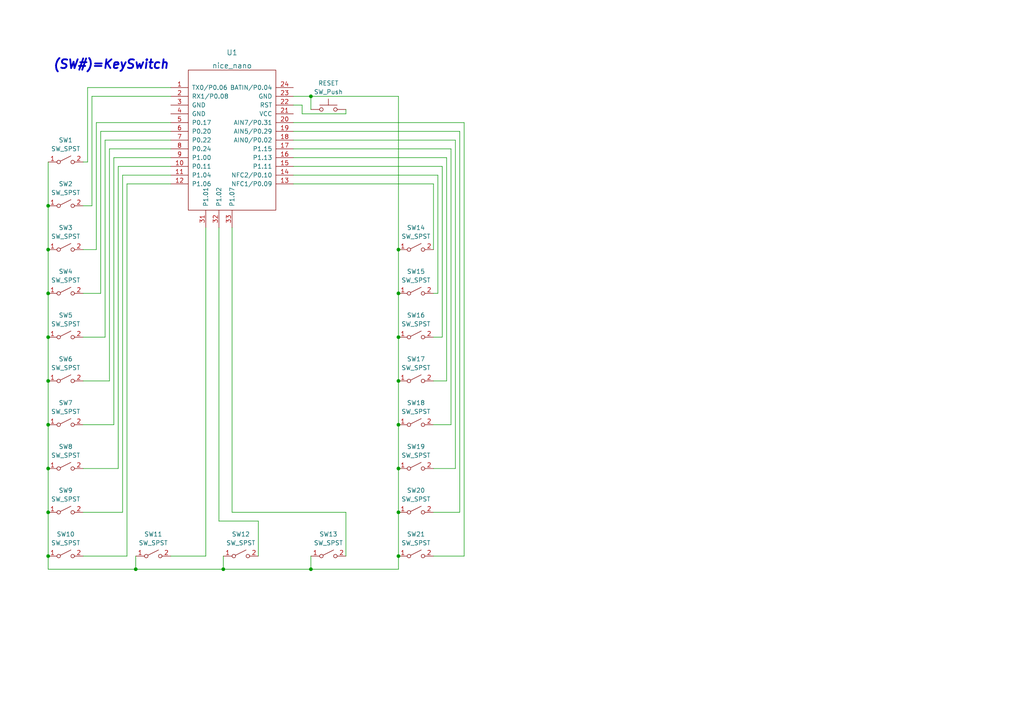
<source format=kicad_sch>
(kicad_sch (version 20211123) (generator eeschema)
  (paper "A4")
  (lib_symbols
    (symbol "Switch:SW_Push" (pin_numbers hide) (pin_names (offset 1.016) hide)
      (property "Reference" "SW" (at 1.27 2.54 0))
      (property "Value" "SW_Push" (at 0 -1.524 0))
      (symbol "SW_Push_0_1"
        (circle (center -2.032 0) (radius 0.508))
        (polyline (pts (xy 0 1.27) (xy 0 3.048)))
        (polyline (pts (xy 2.54 1.27) (xy -2.54 1.27)))
        (circle (center 2.032 0) (radius 0.508))
        (pin passive line (at -5.08 0 0) (length 2.54) (name "1") (number "1"))
        (pin passive line (at 5.08 0 180) (length 2.54) (name "2") (number "2"))
      )
    )
    (symbol "Switch:SW_SPST" (pin_names (offset 0) hide)
      (property "Reference" "SW" (at 0 3.175 0))
      (property "Value" "SW_SPST" (at 0 -2.54 0))
      (symbol "SW_SPST_0_0"
        (circle (center -2.032 0) (radius 0.508))
        (polyline (pts (xy -1.524 0.254) (xy 1.524 1.778)))
        (circle (center 2.032 0) (radius 0.508))
      )
      (symbol "SW_SPST_1_1"
        (pin passive line (at -5.08 0 0) (length 2.54) (name "A") (number "1"))
        (pin passive line (at 5.08 0 180) (length 2.54) (name "B") (number "2"))
      )
    )
    (symbol "nnErgo:nice_nano" (pin_names (offset 1.016))
      (property "Reference" "U" (at 0 0 0))
      (property "Value" "nice_nano" (at 0 2.54 0))
      (symbol "nice_nano_0_1"
        (rectangle (start -12.7 -21.59) (end 12.7 19.05))
      )
      (symbol "nice_nano_1_1"
        (pin input line (at -17.78 13.97 0) (length 5.08) (name "TX0/P0.06") (number "1"))
        (pin input line (at -17.78 -8.89 0) (length 5.08) (name "P0.11") (number "10"))
        (pin input line (at -17.78 -11.43 0) (length 5.08) (name "P1.04") (number "11"))
        (pin input line (at -17.78 -13.97 0) (length 5.08) (name "P1.06") (number "12"))
        (pin input line (at 17.78 -13.97 180) (length 5.08) (name "NFC1/P0.09") (number "13"))
        (pin input line (at 17.78 -11.43 180) (length 5.08) (name "NFC2/P0.10") (number "14"))
        (pin input line (at 17.78 -8.89 180) (length 5.08) (name "P1.11") (number "15"))
        (pin input line (at 17.78 -6.35 180) (length 5.08) (name "P1.13") (number "16"))
        (pin input line (at 17.78 -3.81 180) (length 5.08) (name "P1.15") (number "17"))
        (pin input line (at 17.78 -1.27 180) (length 5.08) (name "AIN0/P0.02") (number "18"))
        (pin input line (at 17.78 1.27 180) (length 5.08) (name "AIN5/P0.29") (number "19"))
        (pin input line (at -17.78 11.43 0) (length 5.08) (name "RX1/P0.08") (number "2"))
        (pin input line (at 17.78 3.81 180) (length 5.08) (name "AIN7/P0.31") (number "20"))
        (pin input line (at 17.78 6.35 180) (length 5.08) (name "VCC") (number "21"))
        (pin input line (at 17.78 8.89 180) (length 5.08) (name "RST") (number "22"))
        (pin input line (at 17.78 11.43 180) (length 5.08) (name "GND") (number "23"))
        (pin input line (at 17.78 13.97 180) (length 5.08) (name "BATIN/P0.04") (number "24"))
        (pin input line (at -17.78 8.89 0) (length 5.08) (name "GND") (number "3"))
        (pin input line (at -7.62 -26.67 90) (length 5.08) (name "P1.01") (number "31"))
        (pin input line (at -3.81 -26.67 90) (length 5.08) (name "P1.02") (number "32"))
        (pin input line (at 0 -26.67 90) (length 5.08) (name "P1.07") (number "33"))
        (pin input line (at -17.78 6.35 0) (length 5.08) (name "GND") (number "4"))
        (pin input line (at -17.78 3.81 0) (length 5.08) (name "P0.17") (number "5"))
        (pin input line (at -17.78 1.27 0) (length 5.08) (name "P0.20") (number "6"))
        (pin input line (at -17.78 -1.27 0) (length 5.08) (name "P0.22") (number "7"))
        (pin input line (at -17.78 -3.81 0) (length 5.08) (name "P0.24") (number "8"))
        (pin input line (at -17.78 -6.35 0) (length 5.08) (name "P1.00") (number "9"))
      )
    )
  )
  (junction (at 13.97 72.39))
  (junction (at 39.37 165.1))
  (junction (at 13.97 97.79))
  (junction (at 13.97 161.29))
  (junction (at 13.97 110.49))
  (junction (at 13.97 59.69))
  (junction (at 115.57 110.49))
  (junction (at 115.57 97.79))
  (junction (at 13.97 85.09))
  (junction (at 13.97 148.59))
  (junction (at 115.57 148.59))
  (junction (at 115.57 123.19))
  (junction (at 64.77 165.1))
  (junction (at 13.97 123.19))
  (junction (at 115.57 72.39))
  (junction (at 90.17 165.1))
  (junction (at 13.97 135.89))
  (junction (at 115.57 161.29))
  (junction (at 90.17 27.94))
  (junction (at 115.57 85.09))
  (junction (at 115.57 135.89))
  (wire (pts (xy 125.73 85.09) (xy 127 85.09)))
  (wire (pts (xy 33.02 123.19) (xy 24.13 123.19)))
  (wire (pts (xy 25.4 46.99) (xy 25.4 25.4)))
  (wire (pts (xy 85.09 27.94) (xy 90.17 27.94)))
  (wire (pts (xy 130.81 43.18) (xy 85.09 43.18)))
  (wire (pts (xy 100.33 33.02) (xy 87.63 33.02)))
  (wire (pts (xy 115.57 97.79) (xy 115.57 110.49)))
  (wire (pts (xy 125.73 72.39) (xy 125.73 53.34)))
  (wire (pts (xy 39.37 165.1) (xy 13.97 165.1)))
  (wire (pts (xy 134.62 161.29) (xy 134.62 35.56)))
  (wire (pts (xy 90.17 161.29) (xy 90.17 165.1)))
  (wire (pts (xy 125.73 135.89) (xy 132.08 135.89)))
  (wire (pts (xy 36.83 53.34) (xy 36.83 161.29)))
  (wire (pts (xy 64.77 161.29) (xy 64.77 165.1)))
  (wire (pts (xy 129.54 110.49) (xy 129.54 45.72)))
  (wire (pts (xy 13.97 72.39) (xy 13.97 85.09)))
  (wire (pts (xy 49.53 45.72) (xy 33.02 45.72)))
  (wire (pts (xy 26.67 27.94) (xy 49.53 27.94)))
  (wire (pts (xy 100.33 31.75) (xy 100.33 33.02)))
  (wire (pts (xy 67.31 66.04) (xy 67.31 148.59)))
  (wire (pts (xy 115.57 123.19) (xy 115.57 135.89)))
  (wire (pts (xy 25.4 25.4) (xy 49.53 25.4)))
  (wire (pts (xy 115.57 161.29) (xy 115.57 165.1)))
  (wire (pts (xy 115.57 135.89) (xy 115.57 148.59)))
  (wire (pts (xy 49.53 50.8) (xy 35.56 50.8)))
  (wire (pts (xy 13.97 165.1) (xy 13.97 161.29)))
  (wire (pts (xy 29.21 85.09) (xy 24.13 85.09)))
  (wire (pts (xy 63.5 66.04) (xy 63.5 151.13)))
  (wire (pts (xy 87.63 30.48) (xy 85.09 30.48)))
  (wire (pts (xy 49.53 40.64) (xy 30.48 40.64)))
  (wire (pts (xy 133.35 148.59) (xy 133.35 38.1)))
  (wire (pts (xy 13.97 110.49) (xy 13.97 123.19)))
  (wire (pts (xy 39.37 161.29) (xy 39.37 165.1)))
  (wire (pts (xy 132.08 135.89) (xy 132.08 40.64)))
  (wire (pts (xy 13.97 46.99) (xy 13.97 59.69)))
  (wire (pts (xy 74.93 151.13) (xy 74.93 161.29)))
  (wire (pts (xy 49.53 53.34) (xy 36.83 53.34)))
  (wire (pts (xy 13.97 59.69) (xy 13.97 72.39)))
  (wire (pts (xy 35.56 50.8) (xy 35.56 148.59)))
  (wire (pts (xy 100.33 148.59) (xy 100.33 161.29)))
  (wire (pts (xy 90.17 165.1) (xy 64.77 165.1)))
  (wire (pts (xy 59.69 161.29) (xy 49.53 161.29)))
  (wire (pts (xy 36.83 161.29) (xy 24.13 161.29)))
  (wire (pts (xy 30.48 97.79) (xy 24.13 97.79)))
  (wire (pts (xy 26.67 59.69) (xy 26.67 27.94)))
  (wire (pts (xy 125.73 161.29) (xy 134.62 161.29)))
  (wire (pts (xy 128.27 48.26) (xy 85.09 48.26)))
  (wire (pts (xy 125.73 148.59) (xy 133.35 148.59)))
  (wire (pts (xy 128.27 97.79) (xy 128.27 48.26)))
  (wire (pts (xy 90.17 27.94) (xy 90.17 31.75)))
  (wire (pts (xy 64.77 165.1) (xy 39.37 165.1)))
  (wire (pts (xy 127 50.8) (xy 85.09 50.8)))
  (wire (pts (xy 130.81 123.19) (xy 130.81 43.18)))
  (wire (pts (xy 87.63 33.02) (xy 87.63 30.48)))
  (wire (pts (xy 125.73 123.19) (xy 130.81 123.19)))
  (wire (pts (xy 133.35 38.1) (xy 85.09 38.1)))
  (wire (pts (xy 33.02 45.72) (xy 33.02 123.19)))
  (wire (pts (xy 31.75 110.49) (xy 24.13 110.49)))
  (wire (pts (xy 127 85.09) (xy 127 50.8)))
  (wire (pts (xy 31.75 43.18) (xy 31.75 110.49)))
  (wire (pts (xy 132.08 40.64) (xy 85.09 40.64)))
  (wire (pts (xy 29.21 38.1) (xy 29.21 85.09)))
  (wire (pts (xy 27.94 72.39) (xy 24.13 72.39)))
  (wire (pts (xy 49.53 35.56) (xy 27.94 35.56)))
  (wire (pts (xy 13.97 97.79) (xy 13.97 110.49)))
  (wire (pts (xy 30.48 40.64) (xy 30.48 97.79)))
  (wire (pts (xy 13.97 123.19) (xy 13.97 135.89)))
  (wire (pts (xy 35.56 148.59) (xy 24.13 148.59)))
  (wire (pts (xy 24.13 59.69) (xy 26.67 59.69)))
  (wire (pts (xy 125.73 110.49) (xy 129.54 110.49)))
  (wire (pts (xy 115.57 148.59) (xy 115.57 161.29)))
  (wire (pts (xy 13.97 85.09) (xy 13.97 97.79)))
  (wire (pts (xy 115.57 110.49) (xy 115.57 123.19)))
  (wire (pts (xy 115.57 27.94) (xy 115.57 72.39)))
  (wire (pts (xy 129.54 45.72) (xy 85.09 45.72)))
  (wire (pts (xy 134.62 35.56) (xy 85.09 35.56)))
  (wire (pts (xy 13.97 148.59) (xy 13.97 161.29)))
  (wire (pts (xy 49.53 43.18) (xy 31.75 43.18)))
  (wire (pts (xy 49.53 48.26) (xy 34.29 48.26)))
  (wire (pts (xy 34.29 48.26) (xy 34.29 135.89)))
  (wire (pts (xy 125.73 53.34) (xy 85.09 53.34)))
  (wire (pts (xy 115.57 72.39) (xy 115.57 85.09)))
  (wire (pts (xy 115.57 85.09) (xy 115.57 97.79)))
  (wire (pts (xy 115.57 165.1) (xy 90.17 165.1)))
  (wire (pts (xy 59.69 66.04) (xy 59.69 161.29)))
  (wire (pts (xy 125.73 97.79) (xy 128.27 97.79)))
  (wire (pts (xy 27.94 35.56) (xy 27.94 72.39)))
  (wire (pts (xy 90.17 27.94) (xy 115.57 27.94)))
  (wire (pts (xy 67.31 148.59) (xy 100.33 148.59)))
  (wire (pts (xy 34.29 135.89) (xy 24.13 135.89)))
  (wire (pts (xy 24.13 46.99) (xy 25.4 46.99)))
  (wire (pts (xy 13.97 135.89) (xy 13.97 148.59)))
  (wire (pts (xy 63.5 151.13) (xy 74.93 151.13)))
  (wire (pts (xy 49.53 38.1) (xy 29.21 38.1)))
  (text "(SW#)=KeySwitch" (at 15.24 20.32 0) (effects (font (size 2.54 2.54) (thickness 0.508) bold italic) (justify left bottom)))
  (symbol (lib_id "Switch:SW_Push") (at 95.25 31.75 0) (unit 1)
    (property "Reference" "RESET" (at 95.25 24.13 0))
    (property "Value" "SW_Push" (at 95.25 26.67 0))
    (property "Footprint" "Button_Switch_THT:SW_PUSH_6mm" (effects hide))
  )
  (symbol (lib_id "Switch:SW_SPST") (at 19.05 97.79 0) (unit 1)
    (property "Reference" "SW5" (at 19.05 91.44 0))
    (property "Value" "SW_SPST" (at 19.05 93.98 0))
    (property "Footprint" "nnErgo:Kailh_socket_MX" (effects hide))
  )
  (symbol (lib_id "Switch:SW_SPST") (at 120.65 148.59 0) (unit 1)
    (property "Reference" "SW20" (at 120.65 142.24 0))
    (property "Value" "SW_SPST" (at 120.65 144.78 0))
    (property "Footprint" "nnErgo:Kailh_socket_MX" (effects hide))
  )
  (symbol (lib_id "Switch:SW_SPST") (at 19.05 85.09 0) (unit 1)
    (property "Reference" "SW4" (at 19.05 78.74 0))
    (property "Value" "SW_SPST" (at 19.05 81.28 0))
    (property "Footprint" "nnErgo:Kailh_socket_MX" (effects hide))
  )
  (symbol (lib_id "Switch:SW_SPST") (at 120.65 161.29 0) (unit 1)
    (property "Reference" "SW21" (at 120.65 154.94 0))
    (property "Value" "SW_SPST" (at 120.65 157.48 0))
    (property "Footprint" "nnErgo:Kailh_socket_MX" (effects hide))
  )
  (symbol (lib_id "Switch:SW_SPST") (at 19.05 110.49 0) (unit 1)
    (property "Reference" "SW6" (at 19.05 104.14 0))
    (property "Value" "SW_SPST" (at 19.05 106.68 0))
    (property "Footprint" "nnErgo:Kailh_socket_MX" (effects hide))
  )
  (symbol (lib_id "Switch:SW_SPST") (at 19.05 148.59 0) (unit 1)
    (property "Reference" "SW9" (at 19.05 142.24 0))
    (property "Value" "SW_SPST" (at 19.05 144.78 0))
    (property "Footprint" "nnErgo:Kailh_socket_MX" (effects hide))
  )
  (symbol (lib_id "Switch:SW_SPST") (at 19.05 59.69 0) (unit 1)
    (property "Reference" "SW2" (at 19.05 53.34 0))
    (property "Value" "SW_SPST" (at 19.05 55.88 0))
    (property "Footprint" "nnErgo:Kailh_socket_MX" (effects hide))
  )
  (symbol (lib_id "Switch:SW_SPST") (at 95.25 161.29 0) (unit 1)
    (property "Reference" "SW13" (at 95.25 154.94 0))
    (property "Value" "SW_SPST" (at 95.25 157.48 0))
    (property "Footprint" "nnErgo:Kailh_socket_MX" (effects hide))
  )
  (symbol (lib_id "Switch:SW_SPST") (at 19.05 72.39 0) (unit 1)
    (property "Reference" "SW3" (at 19.05 66.04 0))
    (property "Value" "SW_SPST" (at 19.05 68.58 0))
    (property "Footprint" "nnErgo:Kailh_socket_MX" (effects hide))
  )
  (symbol (lib_id "Switch:SW_SPST") (at 120.65 72.39 0) (unit 1)
    (property "Reference" "SW14" (at 120.65 66.04 0))
    (property "Value" "SW_SPST" (at 120.65 68.58 0))
    (property "Footprint" "nnErgo:Kailh_socket_MX" (effects hide))
  )
  (symbol (lib_id "Switch:SW_SPST") (at 120.65 97.79 0) (unit 1)
    (property "Reference" "SW16" (at 120.65 91.44 0))
    (property "Value" "SW_SPST" (at 120.65 93.98 0))
    (property "Footprint" "nnErgo:Kailh_socket_MX" (effects hide))
  )
  (symbol (lib_id "Switch:SW_SPST") (at 19.05 123.19 0) (unit 1)
    (property "Reference" "SW7" (at 19.05 116.84 0))
    (property "Value" "SW_SPST" (at 19.05 119.38 0))
    (property "Footprint" "nnErgo:Kailh_socket_MX" (effects hide))
  )
  (symbol (lib_id "Switch:SW_SPST") (at 44.45 161.29 0) (unit 1)
    (property "Reference" "SW11" (at 44.45 154.94 0))
    (property "Value" "SW_SPST" (at 44.45 157.48 0))
    (property "Footprint" "nnErgo:Kailh_socket_MX" (effects hide))
  )
  (symbol (lib_id "Switch:SW_SPST") (at 120.65 135.89 0) (unit 1)
    (property "Reference" "SW19" (at 120.65 129.54 0))
    (property "Value" "SW_SPST" (at 120.65 132.08 0))
    (property "Footprint" "nnErgo:Kailh_socket_MX" (effects hide))
  )
  (symbol (lib_id "Switch:SW_SPST") (at 19.05 135.89 0) (unit 1)
    (property "Reference" "SW8" (at 19.05 129.54 0))
    (property "Value" "SW_SPST" (at 19.05 132.08 0))
    (property "Footprint" "nnErgo:Kailh_socket_MX" (effects hide))
  )
  (symbol (lib_id "nnErgo:nice_nano") (at 67.31 39.37 0) (unit 1)
    (property "Reference" "U1" (at 67.31 15.24 0) (effects (font (size 1.524 1.524))))
    (property "Value" "nice_nano" (at 67.31 19.05 0) (effects (font (size 1.524 1.524))))
    (property "Footprint" "nnErgo:nice_nano" (effects hide))
  )
  (symbol (lib_id "Switch:SW_SPST") (at 69.85 161.29 0) (unit 1)
    (property "Reference" "SW12" (at 69.85 154.94 0))
    (property "Value" "SW_SPST" (at 69.85 157.48 0))
    (property "Footprint" "nnErgo:Kailh_socket_MX" (effects hide))
  )
  (symbol (lib_id "Switch:SW_SPST") (at 120.65 85.09 0) (unit 1)
    (property "Reference" "SW15" (at 120.65 78.74 0))
    (property "Value" "SW_SPST" (at 120.65 81.28 0))
    (property "Footprint" "nnErgo:Kailh_socket_MX" (effects hide))
  )
  (symbol (lib_id "Switch:SW_SPST") (at 19.05 161.29 0) (unit 1)
    (property "Reference" "SW10" (at 19.05 154.94 0))
    (property "Value" "SW_SPST" (at 19.05 157.48 0))
    (property "Footprint" "nnErgo:Kailh_socket_MX" (effects hide))
  )
  (symbol (lib_id "Switch:SW_SPST") (at 120.65 123.19 0) (unit 1)
    (property "Reference" "SW18" (at 120.65 116.84 0))
    (property "Value" "SW_SPST" (at 120.65 119.38 0))
    (property "Footprint" "nnErgo:Kailh_socket_MX" (effects hide))
  )
  (symbol (lib_id "Switch:SW_SPST") (at 120.65 110.49 0) (unit 1)
    (property "Reference" "SW17" (at 120.65 104.14 0))
    (property "Value" "SW_SPST" (at 120.65 106.68 0))
    (property "Footprint" "nnErgo:Kailh_socket_MX" (effects hide))
  )
  (symbol (lib_id "Switch:SW_SPST") (at 19.05 46.99 0) (unit 1)
    (property "Reference" "SW1" (at 19.05 40.64 0))
    (property "Value" "SW_SPST" (at 19.05 43.18 0))
    (property "Footprint" "nnErgo:Kailh_socket_MX" (effects hide))
  )
)
</source>
